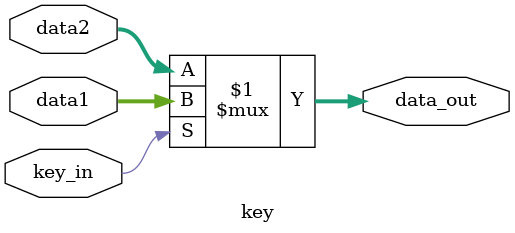
<source format=v>
module key(
          key_in,
          data_out,
          data1,
          data2
          );
input  key_in;
input  [9:0]data1;
input  [9:0]data2;
output [9:0]data_out;
wire  key_in;
wire  [9:0]data1;
wire  [9:0]data2;

assign data_out=(key_in)?data1:data2;
endmodule

</source>
